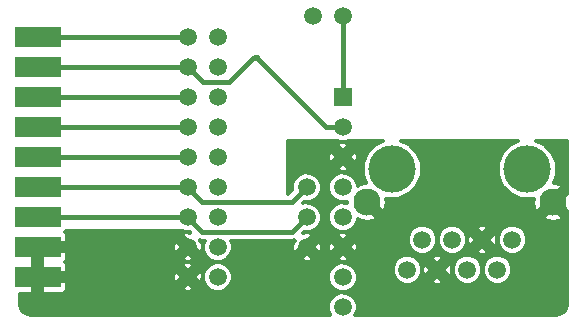
<source format=gtl>
G04 #@! TF.FileFunction,Copper,L1,Top,Signal*
%FSLAX46Y46*%
G04 Gerber Fmt 4.6, Leading zero omitted, Abs format (unit mm)*
G04 Created by KiCad (PCBNEW 4.0.2-stable) date Mittwoch, 01. Februar 2017 'u37' 22:37:39*
%MOMM*%
G01*
G04 APERTURE LIST*
%ADD10C,0.100000*%
%ADD11C,1.500000*%
%ADD12C,4.000000*%
%ADD13C,2.300000*%
%ADD14R,1.500000X1.500000*%
%ADD15R,4.000000X1.800000*%
%ADD16C,0.600000*%
%ADD17C,0.430000*%
%ADD18C,0.300000*%
G04 APERTURE END LIST*
D10*
D11*
X41230000Y-47740000D03*
X41230000Y-45200000D03*
X41230000Y-42660000D03*
X41230000Y-40120000D03*
X41230000Y-37580000D03*
X41230000Y-35040000D03*
X41230000Y-32500000D03*
X41230000Y-29960000D03*
X41230000Y-27420000D03*
X38690000Y-47740000D03*
X38690000Y-45200000D03*
X38690000Y-42660000D03*
X38690000Y-40120000D03*
X38690000Y-37580000D03*
X38690000Y-35040000D03*
X38690000Y-32500000D03*
X38690000Y-29960000D03*
X38690000Y-27420000D03*
X66167000Y-44577000D03*
X64897000Y-47117000D03*
X63627000Y-44577000D03*
X62357000Y-47117000D03*
X61087000Y-44577000D03*
X59817000Y-47117000D03*
X58547000Y-44577000D03*
X57277000Y-47117000D03*
D12*
X67437000Y-38608000D03*
X56007000Y-38608000D03*
D13*
X53848000Y-41402000D03*
X69596000Y-41402000D03*
D11*
X49276000Y-25654000D03*
X51816000Y-25654000D03*
X48768000Y-45212000D03*
X48768000Y-42672000D03*
X48768000Y-40132000D03*
D14*
X51816000Y-32512000D03*
D11*
X51816000Y-35052000D03*
X51816000Y-37592000D03*
X51816000Y-40132000D03*
X51816000Y-42672000D03*
X51816000Y-45212000D03*
X51816000Y-47752000D03*
X51816000Y-50292000D03*
D15*
X25960000Y-47740000D03*
X25960000Y-45200000D03*
X25960000Y-42660000D03*
X25960000Y-40120000D03*
X25960000Y-37580000D03*
X25960000Y-35040000D03*
X25960000Y-32500000D03*
X25960000Y-29960000D03*
X25960000Y-27420000D03*
D16*
X44577000Y-29210000D03*
D17*
X38690000Y-45200000D02*
X39104000Y-45200000D01*
X38690000Y-42660000D02*
X38690000Y-42754000D01*
X38690000Y-42754000D02*
X39878000Y-43942000D01*
X47498000Y-43942000D02*
X48768000Y-42672000D01*
X39878000Y-43942000D02*
X47498000Y-43942000D01*
X25960000Y-42660000D02*
X38690000Y-42660000D01*
X38690000Y-40120000D02*
X38690000Y-40214000D01*
X38690000Y-40214000D02*
X39878000Y-41402000D01*
X47498000Y-41402000D02*
X48768000Y-40132000D01*
X39878000Y-41402000D02*
X47498000Y-41402000D01*
X25960000Y-40120000D02*
X38690000Y-40120000D01*
X25960000Y-37580000D02*
X38690000Y-37580000D01*
X25960000Y-35040000D02*
X38690000Y-35040000D01*
X25960000Y-32500000D02*
X38690000Y-32500000D01*
X44577000Y-29210000D02*
X44196000Y-29210000D01*
X50419000Y-35052000D02*
X44577000Y-29210000D01*
X51816000Y-35052000D02*
X50419000Y-35052000D01*
X39972000Y-31242000D02*
X38690000Y-29960000D01*
X42164000Y-31242000D02*
X39972000Y-31242000D01*
X44196000Y-29210000D02*
X42164000Y-31242000D01*
X25960000Y-29960000D02*
X38690000Y-29960000D01*
X51816000Y-25654000D02*
X51816000Y-32512000D01*
X25960000Y-27420000D02*
X38690000Y-27420000D01*
D18*
G36*
X51566269Y-36301783D02*
X52063550Y-36302217D01*
X52267370Y-36218000D01*
X55244632Y-36218000D01*
X54592714Y-36487367D01*
X53888839Y-37190015D01*
X53507435Y-38108538D01*
X53506567Y-39103099D01*
X53770207Y-39741158D01*
X53244894Y-39831497D01*
X53163947Y-39865026D01*
X53066103Y-40014722D01*
X53066217Y-39884450D01*
X52876316Y-39424857D01*
X52524993Y-39072919D01*
X52065731Y-38882217D01*
X51568450Y-38881783D01*
X51108857Y-39071684D01*
X50756919Y-39423007D01*
X50566217Y-39882269D01*
X50565783Y-40379550D01*
X50755684Y-40839143D01*
X51107007Y-41191081D01*
X51566269Y-41381783D01*
X52063550Y-41382217D01*
X52170838Y-41337886D01*
X52166246Y-41358192D01*
X52185833Y-41472088D01*
X52065731Y-41422217D01*
X51568450Y-41421783D01*
X51108857Y-41611684D01*
X50756919Y-41963007D01*
X50566217Y-42422269D01*
X50565783Y-42919550D01*
X50755684Y-43379143D01*
X51107007Y-43731081D01*
X51566269Y-43921783D01*
X52063550Y-43922217D01*
X52523143Y-43732316D01*
X52875081Y-43380993D01*
X53065783Y-42921731D01*
X53065899Y-42788966D01*
X53163947Y-42938974D01*
X53804192Y-43083754D01*
X54451106Y-42972503D01*
X54532053Y-42938974D01*
X54673537Y-42722511D01*
X68770463Y-42722511D01*
X68911947Y-42938974D01*
X69552192Y-43083754D01*
X70199106Y-42972503D01*
X70280053Y-42938974D01*
X70421537Y-42722511D01*
X69596000Y-41896975D01*
X68770463Y-42722511D01*
X54673537Y-42722511D01*
X53848000Y-41896975D01*
X53833858Y-41911117D01*
X53338883Y-41416142D01*
X53353025Y-41402000D01*
X53338883Y-41387858D01*
X53833858Y-40892883D01*
X53848000Y-40907025D01*
X53862142Y-40892883D01*
X54357117Y-41387858D01*
X54342975Y-41402000D01*
X55168511Y-42227537D01*
X55384974Y-42086053D01*
X55529754Y-41445808D01*
X55468821Y-41091488D01*
X55507538Y-41107565D01*
X56502099Y-41108433D01*
X57421286Y-40728633D01*
X58125161Y-40025985D01*
X58506565Y-39107462D01*
X58507433Y-38112901D01*
X58127633Y-37193714D01*
X57424985Y-36489839D01*
X56770324Y-36218000D01*
X66674632Y-36218000D01*
X66022714Y-36487367D01*
X65318839Y-37190015D01*
X64937435Y-38108538D01*
X64936567Y-39103099D01*
X65316367Y-40022286D01*
X66019015Y-40726161D01*
X66937538Y-41107565D01*
X67932099Y-41108433D01*
X67974706Y-41090828D01*
X67914246Y-41358192D01*
X68025497Y-42005106D01*
X68059026Y-42086053D01*
X68275489Y-42227537D01*
X69101025Y-41402000D01*
X69086883Y-41387858D01*
X69581858Y-40892883D01*
X69596000Y-40907025D01*
X70421537Y-40081489D01*
X70280053Y-39865026D01*
X69678483Y-39728992D01*
X69936565Y-39107462D01*
X69937433Y-38112901D01*
X69557633Y-37193714D01*
X68854985Y-36489839D01*
X68200324Y-36218000D01*
X70799000Y-36218000D01*
X70799000Y-40693974D01*
X70090975Y-41402000D01*
X70799000Y-42110026D01*
X70799000Y-49981370D01*
X70716355Y-50396855D01*
X70513078Y-50701080D01*
X70208857Y-50904353D01*
X69793369Y-50987000D01*
X52880891Y-50987000D01*
X53065783Y-50541731D01*
X53066217Y-50044450D01*
X52876316Y-49584857D01*
X52524993Y-49232919D01*
X52065731Y-49042217D01*
X51568450Y-49041783D01*
X51108857Y-49231684D01*
X50756919Y-49583007D01*
X50566217Y-50042269D01*
X50565783Y-50539550D01*
X50750667Y-50987000D01*
X25456630Y-50987000D01*
X25041145Y-50904355D01*
X24736920Y-50701078D01*
X24533647Y-50396857D01*
X24451000Y-49981369D01*
X24451000Y-49140000D01*
X25485000Y-49140000D01*
X25610000Y-49015000D01*
X25610000Y-48090000D01*
X26310000Y-48090000D01*
X26310000Y-49015000D01*
X26435000Y-49140000D01*
X28059456Y-49140000D01*
X28243227Y-49063880D01*
X28383879Y-48923227D01*
X28450784Y-48761705D01*
X38163270Y-48761705D01*
X38252832Y-48937166D01*
X38744246Y-49013335D01*
X39127168Y-48937166D01*
X39216730Y-48761705D01*
X38690000Y-48234975D01*
X38163270Y-48761705D01*
X28450784Y-48761705D01*
X28460000Y-48739456D01*
X28460000Y-48215000D01*
X28335000Y-48090000D01*
X26310000Y-48090000D01*
X25610000Y-48090000D01*
X25590000Y-48090000D01*
X25590000Y-47794246D01*
X37416665Y-47794246D01*
X37492834Y-48177168D01*
X37668295Y-48266730D01*
X38195025Y-47740000D01*
X39184975Y-47740000D01*
X39711705Y-48266730D01*
X39887166Y-48177168D01*
X39916556Y-47987550D01*
X39979783Y-47987550D01*
X40169684Y-48447143D01*
X40521007Y-48799081D01*
X40980269Y-48989783D01*
X41477550Y-48990217D01*
X41937143Y-48800316D01*
X42289081Y-48448993D01*
X42475705Y-47999550D01*
X50565783Y-47999550D01*
X50755684Y-48459143D01*
X51107007Y-48811081D01*
X51566269Y-49001783D01*
X52063550Y-49002217D01*
X52523143Y-48812316D01*
X52875081Y-48460993D01*
X53065783Y-48001731D01*
X53066217Y-47504450D01*
X53008412Y-47364550D01*
X56026783Y-47364550D01*
X56216684Y-47824143D01*
X56568007Y-48176081D01*
X57027269Y-48366783D01*
X57524550Y-48367217D01*
X57984143Y-48177316D01*
X58022821Y-48138705D01*
X59290270Y-48138705D01*
X59379832Y-48314166D01*
X59871246Y-48390335D01*
X60254168Y-48314166D01*
X60343730Y-48138705D01*
X59817000Y-47611975D01*
X59290270Y-48138705D01*
X58022821Y-48138705D01*
X58336081Y-47825993D01*
X58526783Y-47366731D01*
X58526953Y-47171246D01*
X58543665Y-47171246D01*
X58619834Y-47554168D01*
X58795295Y-47643730D01*
X59322025Y-47117000D01*
X60311975Y-47117000D01*
X60838705Y-47643730D01*
X61014166Y-47554168D01*
X61043556Y-47364550D01*
X61106783Y-47364550D01*
X61296684Y-47824143D01*
X61648007Y-48176081D01*
X62107269Y-48366783D01*
X62604550Y-48367217D01*
X63064143Y-48177316D01*
X63416081Y-47825993D01*
X63606783Y-47366731D01*
X63606784Y-47364550D01*
X63646783Y-47364550D01*
X63836684Y-47824143D01*
X64188007Y-48176081D01*
X64647269Y-48366783D01*
X65144550Y-48367217D01*
X65604143Y-48177316D01*
X65956081Y-47825993D01*
X66146783Y-47366731D01*
X66147217Y-46869450D01*
X65957316Y-46409857D01*
X65605993Y-46057919D01*
X65146731Y-45867217D01*
X64649450Y-45866783D01*
X64189857Y-46056684D01*
X63837919Y-46408007D01*
X63647217Y-46867269D01*
X63646783Y-47364550D01*
X63606784Y-47364550D01*
X63607217Y-46869450D01*
X63417316Y-46409857D01*
X63065993Y-46057919D01*
X62606731Y-45867217D01*
X62109450Y-45866783D01*
X61649857Y-46056684D01*
X61297919Y-46408007D01*
X61107217Y-46867269D01*
X61106783Y-47364550D01*
X61043556Y-47364550D01*
X61090335Y-47062754D01*
X61014166Y-46679832D01*
X60838705Y-46590270D01*
X60311975Y-47117000D01*
X59322025Y-47117000D01*
X58795295Y-46590270D01*
X58619834Y-46679832D01*
X58543665Y-47171246D01*
X58526953Y-47171246D01*
X58527217Y-46869450D01*
X58337316Y-46409857D01*
X58023304Y-46095295D01*
X59290270Y-46095295D01*
X59817000Y-46622025D01*
X60343730Y-46095295D01*
X60254168Y-45919834D01*
X59762754Y-45843665D01*
X59379832Y-45919834D01*
X59290270Y-46095295D01*
X58023304Y-46095295D01*
X57985993Y-46057919D01*
X57526731Y-45867217D01*
X57029450Y-45866783D01*
X56569857Y-46056684D01*
X56217919Y-46408007D01*
X56027217Y-46867269D01*
X56026783Y-47364550D01*
X53008412Y-47364550D01*
X52876316Y-47044857D01*
X52524993Y-46692919D01*
X52065731Y-46502217D01*
X51568450Y-46501783D01*
X51108857Y-46691684D01*
X50756919Y-47043007D01*
X50566217Y-47502269D01*
X50565783Y-47999550D01*
X42475705Y-47999550D01*
X42479783Y-47989731D01*
X42480217Y-47492450D01*
X42290316Y-47032857D01*
X41938993Y-46680919D01*
X41479731Y-46490217D01*
X40982450Y-46489783D01*
X40522857Y-46679684D01*
X40170919Y-47031007D01*
X39980217Y-47490269D01*
X39979783Y-47987550D01*
X39916556Y-47987550D01*
X39963335Y-47685754D01*
X39887166Y-47302832D01*
X39711705Y-47213270D01*
X39184975Y-47740000D01*
X38195025Y-47740000D01*
X37668295Y-47213270D01*
X37492834Y-47302832D01*
X37416665Y-47794246D01*
X25590000Y-47794246D01*
X25590000Y-47390000D01*
X25610000Y-47390000D01*
X25610000Y-45550000D01*
X26310000Y-45550000D01*
X26310000Y-47390000D01*
X28335000Y-47390000D01*
X28460000Y-47265000D01*
X28460000Y-46740544D01*
X28450785Y-46718295D01*
X38163270Y-46718295D01*
X38690000Y-47245025D01*
X39216730Y-46718295D01*
X39127168Y-46542834D01*
X38635754Y-46466665D01*
X38252832Y-46542834D01*
X38163270Y-46718295D01*
X28450785Y-46718295D01*
X28383879Y-46556773D01*
X28297107Y-46470000D01*
X28383879Y-46383227D01*
X28450784Y-46221705D01*
X38163270Y-46221705D01*
X38252832Y-46397166D01*
X38744246Y-46473335D01*
X39127168Y-46397166D01*
X39216730Y-46221705D01*
X38690000Y-45694975D01*
X38163270Y-46221705D01*
X28450784Y-46221705D01*
X28460000Y-46199456D01*
X28460000Y-45675000D01*
X28335000Y-45550000D01*
X26310000Y-45550000D01*
X25610000Y-45550000D01*
X25590000Y-45550000D01*
X25590000Y-45254246D01*
X37416665Y-45254246D01*
X37492834Y-45637168D01*
X37668295Y-45726730D01*
X38195025Y-45200000D01*
X37668295Y-44673270D01*
X37492834Y-44762832D01*
X37416665Y-45254246D01*
X25590000Y-45254246D01*
X25590000Y-44850000D01*
X25610000Y-44850000D01*
X25610000Y-44830000D01*
X26310000Y-44830000D01*
X26310000Y-44850000D01*
X28335000Y-44850000D01*
X28460000Y-44725000D01*
X28460000Y-44200544D01*
X28383879Y-44016773D01*
X28301511Y-43934404D01*
X28315465Y-43925425D01*
X28375200Y-43838000D01*
X38267396Y-43838000D01*
X38440269Y-43909783D01*
X38834965Y-43910127D01*
X38891077Y-43966240D01*
X38635754Y-43926665D01*
X38252832Y-44002834D01*
X38163270Y-44178295D01*
X38690000Y-44705025D01*
X38704142Y-44690883D01*
X39199117Y-45185858D01*
X39184975Y-45200000D01*
X39711705Y-45726730D01*
X39887166Y-45637168D01*
X39963335Y-45145754D01*
X39887166Y-44762832D01*
X39711706Y-44673271D01*
X39752867Y-44632110D01*
X39878000Y-44657000D01*
X40101993Y-44657000D01*
X39980217Y-44950269D01*
X39979783Y-45447550D01*
X40169684Y-45907143D01*
X40521007Y-46259081D01*
X40980269Y-46449783D01*
X41477550Y-46450217D01*
X41937143Y-46260316D01*
X41963800Y-46233705D01*
X48241270Y-46233705D01*
X48330832Y-46409166D01*
X48822246Y-46485335D01*
X49205168Y-46409166D01*
X49294730Y-46233705D01*
X51289270Y-46233705D01*
X51378832Y-46409166D01*
X51870246Y-46485335D01*
X52253168Y-46409166D01*
X52342730Y-46233705D01*
X51816000Y-45706975D01*
X51289270Y-46233705D01*
X49294730Y-46233705D01*
X48768000Y-45706975D01*
X48241270Y-46233705D01*
X41963800Y-46233705D01*
X42289081Y-45908993D01*
X42479783Y-45449731D01*
X42480217Y-44952450D01*
X42358139Y-44657000D01*
X47498000Y-44657000D01*
X47681519Y-44620496D01*
X47746294Y-44685271D01*
X47570834Y-44774832D01*
X47494665Y-45266246D01*
X47570834Y-45649168D01*
X47746295Y-45738730D01*
X48273025Y-45212000D01*
X49262975Y-45212000D01*
X49789705Y-45738730D01*
X49965166Y-45649168D01*
X50024518Y-45266246D01*
X50542665Y-45266246D01*
X50618834Y-45649168D01*
X50794295Y-45738730D01*
X51321025Y-45212000D01*
X52310975Y-45212000D01*
X52837705Y-45738730D01*
X53013166Y-45649168D01*
X53089335Y-45157754D01*
X53023056Y-44824550D01*
X57296783Y-44824550D01*
X57486684Y-45284143D01*
X57838007Y-45636081D01*
X58297269Y-45826783D01*
X58794550Y-45827217D01*
X59254143Y-45637316D01*
X59606081Y-45285993D01*
X59796783Y-44826731D01*
X59796784Y-44824550D01*
X59836783Y-44824550D01*
X60026684Y-45284143D01*
X60378007Y-45636081D01*
X60837269Y-45826783D01*
X61334550Y-45827217D01*
X61794143Y-45637316D01*
X61832821Y-45598705D01*
X63100270Y-45598705D01*
X63189832Y-45774166D01*
X63681246Y-45850335D01*
X64064168Y-45774166D01*
X64153730Y-45598705D01*
X63627000Y-45071975D01*
X63100270Y-45598705D01*
X61832821Y-45598705D01*
X62146081Y-45285993D01*
X62336783Y-44826731D01*
X62336953Y-44631246D01*
X62353665Y-44631246D01*
X62429834Y-45014168D01*
X62605295Y-45103730D01*
X63132025Y-44577000D01*
X64121975Y-44577000D01*
X64648705Y-45103730D01*
X64824166Y-45014168D01*
X64853556Y-44824550D01*
X64916783Y-44824550D01*
X65106684Y-45284143D01*
X65458007Y-45636081D01*
X65917269Y-45826783D01*
X66414550Y-45827217D01*
X66874143Y-45637316D01*
X67226081Y-45285993D01*
X67416783Y-44826731D01*
X67417217Y-44329450D01*
X67227316Y-43869857D01*
X66875993Y-43517919D01*
X66416731Y-43327217D01*
X65919450Y-43326783D01*
X65459857Y-43516684D01*
X65107919Y-43868007D01*
X64917217Y-44327269D01*
X64916783Y-44824550D01*
X64853556Y-44824550D01*
X64900335Y-44522754D01*
X64824166Y-44139832D01*
X64648705Y-44050270D01*
X64121975Y-44577000D01*
X63132025Y-44577000D01*
X62605295Y-44050270D01*
X62429834Y-44139832D01*
X62353665Y-44631246D01*
X62336953Y-44631246D01*
X62337217Y-44329450D01*
X62147316Y-43869857D01*
X61833304Y-43555295D01*
X63100270Y-43555295D01*
X63627000Y-44082025D01*
X64153730Y-43555295D01*
X64064168Y-43379834D01*
X63572754Y-43303665D01*
X63189832Y-43379834D01*
X63100270Y-43555295D01*
X61833304Y-43555295D01*
X61795993Y-43517919D01*
X61336731Y-43327217D01*
X60839450Y-43326783D01*
X60379857Y-43516684D01*
X60027919Y-43868007D01*
X59837217Y-44327269D01*
X59836783Y-44824550D01*
X59796784Y-44824550D01*
X59797217Y-44329450D01*
X59607316Y-43869857D01*
X59255993Y-43517919D01*
X58796731Y-43327217D01*
X58299450Y-43326783D01*
X57839857Y-43516684D01*
X57487919Y-43868007D01*
X57297217Y-44327269D01*
X57296783Y-44824550D01*
X53023056Y-44824550D01*
X53013166Y-44774832D01*
X52837705Y-44685270D01*
X52310975Y-45212000D01*
X51321025Y-45212000D01*
X50794295Y-44685270D01*
X50618834Y-44774832D01*
X50542665Y-45266246D01*
X50024518Y-45266246D01*
X50041335Y-45157754D01*
X49965166Y-44774832D01*
X49789705Y-44685270D01*
X49262975Y-45212000D01*
X48273025Y-45212000D01*
X48258883Y-45197858D01*
X48753858Y-44702883D01*
X48768000Y-44717025D01*
X49294730Y-44190295D01*
X51289270Y-44190295D01*
X51816000Y-44717025D01*
X52342730Y-44190295D01*
X52253168Y-44014834D01*
X51761754Y-43938665D01*
X51378832Y-44014834D01*
X51289270Y-44190295D01*
X49294730Y-44190295D01*
X49205168Y-44014834D01*
X48713754Y-43938665D01*
X48462524Y-43988638D01*
X48529370Y-43921793D01*
X49015550Y-43922217D01*
X49475143Y-43732316D01*
X49827081Y-43380993D01*
X50017783Y-42921731D01*
X50018217Y-42424450D01*
X49828316Y-41964857D01*
X49476993Y-41612919D01*
X49017731Y-41422217D01*
X48520450Y-41421783D01*
X48467501Y-41443661D01*
X48529370Y-41381793D01*
X49015550Y-41382217D01*
X49475143Y-41192316D01*
X49827081Y-40840993D01*
X50017783Y-40381731D01*
X50018217Y-39884450D01*
X49828316Y-39424857D01*
X49476993Y-39072919D01*
X49017731Y-38882217D01*
X48520450Y-38881783D01*
X48060857Y-39071684D01*
X47708919Y-39423007D01*
X47518217Y-39882269D01*
X47517790Y-40371047D01*
X47201838Y-40687000D01*
X47140000Y-40687000D01*
X47140000Y-38613705D01*
X51289270Y-38613705D01*
X51378832Y-38789166D01*
X51870246Y-38865335D01*
X52253168Y-38789166D01*
X52342730Y-38613705D01*
X51816000Y-38086975D01*
X51289270Y-38613705D01*
X47140000Y-38613705D01*
X47140000Y-37646246D01*
X50542665Y-37646246D01*
X50618834Y-38029168D01*
X50794295Y-38118730D01*
X51321025Y-37592000D01*
X52310975Y-37592000D01*
X52837705Y-38118730D01*
X53013166Y-38029168D01*
X53089335Y-37537754D01*
X53013166Y-37154832D01*
X52837705Y-37065270D01*
X52310975Y-37592000D01*
X51321025Y-37592000D01*
X50794295Y-37065270D01*
X50618834Y-37154832D01*
X50542665Y-37646246D01*
X47140000Y-37646246D01*
X47140000Y-36570295D01*
X51289270Y-36570295D01*
X51816000Y-37097025D01*
X52342730Y-36570295D01*
X52253168Y-36394834D01*
X51761754Y-36318665D01*
X51378832Y-36394834D01*
X51289270Y-36570295D01*
X47140000Y-36570295D01*
X47140000Y-36218000D01*
X51364497Y-36218000D01*
X51566269Y-36301783D01*
X51566269Y-36301783D01*
G37*
X51566269Y-36301783D02*
X52063550Y-36302217D01*
X52267370Y-36218000D01*
X55244632Y-36218000D01*
X54592714Y-36487367D01*
X53888839Y-37190015D01*
X53507435Y-38108538D01*
X53506567Y-39103099D01*
X53770207Y-39741158D01*
X53244894Y-39831497D01*
X53163947Y-39865026D01*
X53066103Y-40014722D01*
X53066217Y-39884450D01*
X52876316Y-39424857D01*
X52524993Y-39072919D01*
X52065731Y-38882217D01*
X51568450Y-38881783D01*
X51108857Y-39071684D01*
X50756919Y-39423007D01*
X50566217Y-39882269D01*
X50565783Y-40379550D01*
X50755684Y-40839143D01*
X51107007Y-41191081D01*
X51566269Y-41381783D01*
X52063550Y-41382217D01*
X52170838Y-41337886D01*
X52166246Y-41358192D01*
X52185833Y-41472088D01*
X52065731Y-41422217D01*
X51568450Y-41421783D01*
X51108857Y-41611684D01*
X50756919Y-41963007D01*
X50566217Y-42422269D01*
X50565783Y-42919550D01*
X50755684Y-43379143D01*
X51107007Y-43731081D01*
X51566269Y-43921783D01*
X52063550Y-43922217D01*
X52523143Y-43732316D01*
X52875081Y-43380993D01*
X53065783Y-42921731D01*
X53065899Y-42788966D01*
X53163947Y-42938974D01*
X53804192Y-43083754D01*
X54451106Y-42972503D01*
X54532053Y-42938974D01*
X54673537Y-42722511D01*
X68770463Y-42722511D01*
X68911947Y-42938974D01*
X69552192Y-43083754D01*
X70199106Y-42972503D01*
X70280053Y-42938974D01*
X70421537Y-42722511D01*
X69596000Y-41896975D01*
X68770463Y-42722511D01*
X54673537Y-42722511D01*
X53848000Y-41896975D01*
X53833858Y-41911117D01*
X53338883Y-41416142D01*
X53353025Y-41402000D01*
X53338883Y-41387858D01*
X53833858Y-40892883D01*
X53848000Y-40907025D01*
X53862142Y-40892883D01*
X54357117Y-41387858D01*
X54342975Y-41402000D01*
X55168511Y-42227537D01*
X55384974Y-42086053D01*
X55529754Y-41445808D01*
X55468821Y-41091488D01*
X55507538Y-41107565D01*
X56502099Y-41108433D01*
X57421286Y-40728633D01*
X58125161Y-40025985D01*
X58506565Y-39107462D01*
X58507433Y-38112901D01*
X58127633Y-37193714D01*
X57424985Y-36489839D01*
X56770324Y-36218000D01*
X66674632Y-36218000D01*
X66022714Y-36487367D01*
X65318839Y-37190015D01*
X64937435Y-38108538D01*
X64936567Y-39103099D01*
X65316367Y-40022286D01*
X66019015Y-40726161D01*
X66937538Y-41107565D01*
X67932099Y-41108433D01*
X67974706Y-41090828D01*
X67914246Y-41358192D01*
X68025497Y-42005106D01*
X68059026Y-42086053D01*
X68275489Y-42227537D01*
X69101025Y-41402000D01*
X69086883Y-41387858D01*
X69581858Y-40892883D01*
X69596000Y-40907025D01*
X70421537Y-40081489D01*
X70280053Y-39865026D01*
X69678483Y-39728992D01*
X69936565Y-39107462D01*
X69937433Y-38112901D01*
X69557633Y-37193714D01*
X68854985Y-36489839D01*
X68200324Y-36218000D01*
X70799000Y-36218000D01*
X70799000Y-40693974D01*
X70090975Y-41402000D01*
X70799000Y-42110026D01*
X70799000Y-49981370D01*
X70716355Y-50396855D01*
X70513078Y-50701080D01*
X70208857Y-50904353D01*
X69793369Y-50987000D01*
X52880891Y-50987000D01*
X53065783Y-50541731D01*
X53066217Y-50044450D01*
X52876316Y-49584857D01*
X52524993Y-49232919D01*
X52065731Y-49042217D01*
X51568450Y-49041783D01*
X51108857Y-49231684D01*
X50756919Y-49583007D01*
X50566217Y-50042269D01*
X50565783Y-50539550D01*
X50750667Y-50987000D01*
X25456630Y-50987000D01*
X25041145Y-50904355D01*
X24736920Y-50701078D01*
X24533647Y-50396857D01*
X24451000Y-49981369D01*
X24451000Y-49140000D01*
X25485000Y-49140000D01*
X25610000Y-49015000D01*
X25610000Y-48090000D01*
X26310000Y-48090000D01*
X26310000Y-49015000D01*
X26435000Y-49140000D01*
X28059456Y-49140000D01*
X28243227Y-49063880D01*
X28383879Y-48923227D01*
X28450784Y-48761705D01*
X38163270Y-48761705D01*
X38252832Y-48937166D01*
X38744246Y-49013335D01*
X39127168Y-48937166D01*
X39216730Y-48761705D01*
X38690000Y-48234975D01*
X38163270Y-48761705D01*
X28450784Y-48761705D01*
X28460000Y-48739456D01*
X28460000Y-48215000D01*
X28335000Y-48090000D01*
X26310000Y-48090000D01*
X25610000Y-48090000D01*
X25590000Y-48090000D01*
X25590000Y-47794246D01*
X37416665Y-47794246D01*
X37492834Y-48177168D01*
X37668295Y-48266730D01*
X38195025Y-47740000D01*
X39184975Y-47740000D01*
X39711705Y-48266730D01*
X39887166Y-48177168D01*
X39916556Y-47987550D01*
X39979783Y-47987550D01*
X40169684Y-48447143D01*
X40521007Y-48799081D01*
X40980269Y-48989783D01*
X41477550Y-48990217D01*
X41937143Y-48800316D01*
X42289081Y-48448993D01*
X42475705Y-47999550D01*
X50565783Y-47999550D01*
X50755684Y-48459143D01*
X51107007Y-48811081D01*
X51566269Y-49001783D01*
X52063550Y-49002217D01*
X52523143Y-48812316D01*
X52875081Y-48460993D01*
X53065783Y-48001731D01*
X53066217Y-47504450D01*
X53008412Y-47364550D01*
X56026783Y-47364550D01*
X56216684Y-47824143D01*
X56568007Y-48176081D01*
X57027269Y-48366783D01*
X57524550Y-48367217D01*
X57984143Y-48177316D01*
X58022821Y-48138705D01*
X59290270Y-48138705D01*
X59379832Y-48314166D01*
X59871246Y-48390335D01*
X60254168Y-48314166D01*
X60343730Y-48138705D01*
X59817000Y-47611975D01*
X59290270Y-48138705D01*
X58022821Y-48138705D01*
X58336081Y-47825993D01*
X58526783Y-47366731D01*
X58526953Y-47171246D01*
X58543665Y-47171246D01*
X58619834Y-47554168D01*
X58795295Y-47643730D01*
X59322025Y-47117000D01*
X60311975Y-47117000D01*
X60838705Y-47643730D01*
X61014166Y-47554168D01*
X61043556Y-47364550D01*
X61106783Y-47364550D01*
X61296684Y-47824143D01*
X61648007Y-48176081D01*
X62107269Y-48366783D01*
X62604550Y-48367217D01*
X63064143Y-48177316D01*
X63416081Y-47825993D01*
X63606783Y-47366731D01*
X63606784Y-47364550D01*
X63646783Y-47364550D01*
X63836684Y-47824143D01*
X64188007Y-48176081D01*
X64647269Y-48366783D01*
X65144550Y-48367217D01*
X65604143Y-48177316D01*
X65956081Y-47825993D01*
X66146783Y-47366731D01*
X66147217Y-46869450D01*
X65957316Y-46409857D01*
X65605993Y-46057919D01*
X65146731Y-45867217D01*
X64649450Y-45866783D01*
X64189857Y-46056684D01*
X63837919Y-46408007D01*
X63647217Y-46867269D01*
X63646783Y-47364550D01*
X63606784Y-47364550D01*
X63607217Y-46869450D01*
X63417316Y-46409857D01*
X63065993Y-46057919D01*
X62606731Y-45867217D01*
X62109450Y-45866783D01*
X61649857Y-46056684D01*
X61297919Y-46408007D01*
X61107217Y-46867269D01*
X61106783Y-47364550D01*
X61043556Y-47364550D01*
X61090335Y-47062754D01*
X61014166Y-46679832D01*
X60838705Y-46590270D01*
X60311975Y-47117000D01*
X59322025Y-47117000D01*
X58795295Y-46590270D01*
X58619834Y-46679832D01*
X58543665Y-47171246D01*
X58526953Y-47171246D01*
X58527217Y-46869450D01*
X58337316Y-46409857D01*
X58023304Y-46095295D01*
X59290270Y-46095295D01*
X59817000Y-46622025D01*
X60343730Y-46095295D01*
X60254168Y-45919834D01*
X59762754Y-45843665D01*
X59379832Y-45919834D01*
X59290270Y-46095295D01*
X58023304Y-46095295D01*
X57985993Y-46057919D01*
X57526731Y-45867217D01*
X57029450Y-45866783D01*
X56569857Y-46056684D01*
X56217919Y-46408007D01*
X56027217Y-46867269D01*
X56026783Y-47364550D01*
X53008412Y-47364550D01*
X52876316Y-47044857D01*
X52524993Y-46692919D01*
X52065731Y-46502217D01*
X51568450Y-46501783D01*
X51108857Y-46691684D01*
X50756919Y-47043007D01*
X50566217Y-47502269D01*
X50565783Y-47999550D01*
X42475705Y-47999550D01*
X42479783Y-47989731D01*
X42480217Y-47492450D01*
X42290316Y-47032857D01*
X41938993Y-46680919D01*
X41479731Y-46490217D01*
X40982450Y-46489783D01*
X40522857Y-46679684D01*
X40170919Y-47031007D01*
X39980217Y-47490269D01*
X39979783Y-47987550D01*
X39916556Y-47987550D01*
X39963335Y-47685754D01*
X39887166Y-47302832D01*
X39711705Y-47213270D01*
X39184975Y-47740000D01*
X38195025Y-47740000D01*
X37668295Y-47213270D01*
X37492834Y-47302832D01*
X37416665Y-47794246D01*
X25590000Y-47794246D01*
X25590000Y-47390000D01*
X25610000Y-47390000D01*
X25610000Y-45550000D01*
X26310000Y-45550000D01*
X26310000Y-47390000D01*
X28335000Y-47390000D01*
X28460000Y-47265000D01*
X28460000Y-46740544D01*
X28450785Y-46718295D01*
X38163270Y-46718295D01*
X38690000Y-47245025D01*
X39216730Y-46718295D01*
X39127168Y-46542834D01*
X38635754Y-46466665D01*
X38252832Y-46542834D01*
X38163270Y-46718295D01*
X28450785Y-46718295D01*
X28383879Y-46556773D01*
X28297107Y-46470000D01*
X28383879Y-46383227D01*
X28450784Y-46221705D01*
X38163270Y-46221705D01*
X38252832Y-46397166D01*
X38744246Y-46473335D01*
X39127168Y-46397166D01*
X39216730Y-46221705D01*
X38690000Y-45694975D01*
X38163270Y-46221705D01*
X28450784Y-46221705D01*
X28460000Y-46199456D01*
X28460000Y-45675000D01*
X28335000Y-45550000D01*
X26310000Y-45550000D01*
X25610000Y-45550000D01*
X25590000Y-45550000D01*
X25590000Y-45254246D01*
X37416665Y-45254246D01*
X37492834Y-45637168D01*
X37668295Y-45726730D01*
X38195025Y-45200000D01*
X37668295Y-44673270D01*
X37492834Y-44762832D01*
X37416665Y-45254246D01*
X25590000Y-45254246D01*
X25590000Y-44850000D01*
X25610000Y-44850000D01*
X25610000Y-44830000D01*
X26310000Y-44830000D01*
X26310000Y-44850000D01*
X28335000Y-44850000D01*
X28460000Y-44725000D01*
X28460000Y-44200544D01*
X28383879Y-44016773D01*
X28301511Y-43934404D01*
X28315465Y-43925425D01*
X28375200Y-43838000D01*
X38267396Y-43838000D01*
X38440269Y-43909783D01*
X38834965Y-43910127D01*
X38891077Y-43966240D01*
X38635754Y-43926665D01*
X38252832Y-44002834D01*
X38163270Y-44178295D01*
X38690000Y-44705025D01*
X38704142Y-44690883D01*
X39199117Y-45185858D01*
X39184975Y-45200000D01*
X39711705Y-45726730D01*
X39887166Y-45637168D01*
X39963335Y-45145754D01*
X39887166Y-44762832D01*
X39711706Y-44673271D01*
X39752867Y-44632110D01*
X39878000Y-44657000D01*
X40101993Y-44657000D01*
X39980217Y-44950269D01*
X39979783Y-45447550D01*
X40169684Y-45907143D01*
X40521007Y-46259081D01*
X40980269Y-46449783D01*
X41477550Y-46450217D01*
X41937143Y-46260316D01*
X41963800Y-46233705D01*
X48241270Y-46233705D01*
X48330832Y-46409166D01*
X48822246Y-46485335D01*
X49205168Y-46409166D01*
X49294730Y-46233705D01*
X51289270Y-46233705D01*
X51378832Y-46409166D01*
X51870246Y-46485335D01*
X52253168Y-46409166D01*
X52342730Y-46233705D01*
X51816000Y-45706975D01*
X51289270Y-46233705D01*
X49294730Y-46233705D01*
X48768000Y-45706975D01*
X48241270Y-46233705D01*
X41963800Y-46233705D01*
X42289081Y-45908993D01*
X42479783Y-45449731D01*
X42480217Y-44952450D01*
X42358139Y-44657000D01*
X47498000Y-44657000D01*
X47681519Y-44620496D01*
X47746294Y-44685271D01*
X47570834Y-44774832D01*
X47494665Y-45266246D01*
X47570834Y-45649168D01*
X47746295Y-45738730D01*
X48273025Y-45212000D01*
X49262975Y-45212000D01*
X49789705Y-45738730D01*
X49965166Y-45649168D01*
X50024518Y-45266246D01*
X50542665Y-45266246D01*
X50618834Y-45649168D01*
X50794295Y-45738730D01*
X51321025Y-45212000D01*
X52310975Y-45212000D01*
X52837705Y-45738730D01*
X53013166Y-45649168D01*
X53089335Y-45157754D01*
X53023056Y-44824550D01*
X57296783Y-44824550D01*
X57486684Y-45284143D01*
X57838007Y-45636081D01*
X58297269Y-45826783D01*
X58794550Y-45827217D01*
X59254143Y-45637316D01*
X59606081Y-45285993D01*
X59796783Y-44826731D01*
X59796784Y-44824550D01*
X59836783Y-44824550D01*
X60026684Y-45284143D01*
X60378007Y-45636081D01*
X60837269Y-45826783D01*
X61334550Y-45827217D01*
X61794143Y-45637316D01*
X61832821Y-45598705D01*
X63100270Y-45598705D01*
X63189832Y-45774166D01*
X63681246Y-45850335D01*
X64064168Y-45774166D01*
X64153730Y-45598705D01*
X63627000Y-45071975D01*
X63100270Y-45598705D01*
X61832821Y-45598705D01*
X62146081Y-45285993D01*
X62336783Y-44826731D01*
X62336953Y-44631246D01*
X62353665Y-44631246D01*
X62429834Y-45014168D01*
X62605295Y-45103730D01*
X63132025Y-44577000D01*
X64121975Y-44577000D01*
X64648705Y-45103730D01*
X64824166Y-45014168D01*
X64853556Y-44824550D01*
X64916783Y-44824550D01*
X65106684Y-45284143D01*
X65458007Y-45636081D01*
X65917269Y-45826783D01*
X66414550Y-45827217D01*
X66874143Y-45637316D01*
X67226081Y-45285993D01*
X67416783Y-44826731D01*
X67417217Y-44329450D01*
X67227316Y-43869857D01*
X66875993Y-43517919D01*
X66416731Y-43327217D01*
X65919450Y-43326783D01*
X65459857Y-43516684D01*
X65107919Y-43868007D01*
X64917217Y-44327269D01*
X64916783Y-44824550D01*
X64853556Y-44824550D01*
X64900335Y-44522754D01*
X64824166Y-44139832D01*
X64648705Y-44050270D01*
X64121975Y-44577000D01*
X63132025Y-44577000D01*
X62605295Y-44050270D01*
X62429834Y-44139832D01*
X62353665Y-44631246D01*
X62336953Y-44631246D01*
X62337217Y-44329450D01*
X62147316Y-43869857D01*
X61833304Y-43555295D01*
X63100270Y-43555295D01*
X63627000Y-44082025D01*
X64153730Y-43555295D01*
X64064168Y-43379834D01*
X63572754Y-43303665D01*
X63189832Y-43379834D01*
X63100270Y-43555295D01*
X61833304Y-43555295D01*
X61795993Y-43517919D01*
X61336731Y-43327217D01*
X60839450Y-43326783D01*
X60379857Y-43516684D01*
X60027919Y-43868007D01*
X59837217Y-44327269D01*
X59836783Y-44824550D01*
X59796784Y-44824550D01*
X59797217Y-44329450D01*
X59607316Y-43869857D01*
X59255993Y-43517919D01*
X58796731Y-43327217D01*
X58299450Y-43326783D01*
X57839857Y-43516684D01*
X57487919Y-43868007D01*
X57297217Y-44327269D01*
X57296783Y-44824550D01*
X53023056Y-44824550D01*
X53013166Y-44774832D01*
X52837705Y-44685270D01*
X52310975Y-45212000D01*
X51321025Y-45212000D01*
X50794295Y-44685270D01*
X50618834Y-44774832D01*
X50542665Y-45266246D01*
X50024518Y-45266246D01*
X50041335Y-45157754D01*
X49965166Y-44774832D01*
X49789705Y-44685270D01*
X49262975Y-45212000D01*
X48273025Y-45212000D01*
X48258883Y-45197858D01*
X48753858Y-44702883D01*
X48768000Y-44717025D01*
X49294730Y-44190295D01*
X51289270Y-44190295D01*
X51816000Y-44717025D01*
X52342730Y-44190295D01*
X52253168Y-44014834D01*
X51761754Y-43938665D01*
X51378832Y-44014834D01*
X51289270Y-44190295D01*
X49294730Y-44190295D01*
X49205168Y-44014834D01*
X48713754Y-43938665D01*
X48462524Y-43988638D01*
X48529370Y-43921793D01*
X49015550Y-43922217D01*
X49475143Y-43732316D01*
X49827081Y-43380993D01*
X50017783Y-42921731D01*
X50018217Y-42424450D01*
X49828316Y-41964857D01*
X49476993Y-41612919D01*
X49017731Y-41422217D01*
X48520450Y-41421783D01*
X48467501Y-41443661D01*
X48529370Y-41381793D01*
X49015550Y-41382217D01*
X49475143Y-41192316D01*
X49827081Y-40840993D01*
X50017783Y-40381731D01*
X50018217Y-39884450D01*
X49828316Y-39424857D01*
X49476993Y-39072919D01*
X49017731Y-38882217D01*
X48520450Y-38881783D01*
X48060857Y-39071684D01*
X47708919Y-39423007D01*
X47518217Y-39882269D01*
X47517790Y-40371047D01*
X47201838Y-40687000D01*
X47140000Y-40687000D01*
X47140000Y-38613705D01*
X51289270Y-38613705D01*
X51378832Y-38789166D01*
X51870246Y-38865335D01*
X52253168Y-38789166D01*
X52342730Y-38613705D01*
X51816000Y-38086975D01*
X51289270Y-38613705D01*
X47140000Y-38613705D01*
X47140000Y-37646246D01*
X50542665Y-37646246D01*
X50618834Y-38029168D01*
X50794295Y-38118730D01*
X51321025Y-37592000D01*
X52310975Y-37592000D01*
X52837705Y-38118730D01*
X53013166Y-38029168D01*
X53089335Y-37537754D01*
X53013166Y-37154832D01*
X52837705Y-37065270D01*
X52310975Y-37592000D01*
X51321025Y-37592000D01*
X50794295Y-37065270D01*
X50618834Y-37154832D01*
X50542665Y-37646246D01*
X47140000Y-37646246D01*
X47140000Y-36570295D01*
X51289270Y-36570295D01*
X51816000Y-37097025D01*
X52342730Y-36570295D01*
X52253168Y-36394834D01*
X51761754Y-36318665D01*
X51378832Y-36394834D01*
X51289270Y-36570295D01*
X47140000Y-36570295D01*
X47140000Y-36218000D01*
X51364497Y-36218000D01*
X51566269Y-36301783D01*
M02*

</source>
